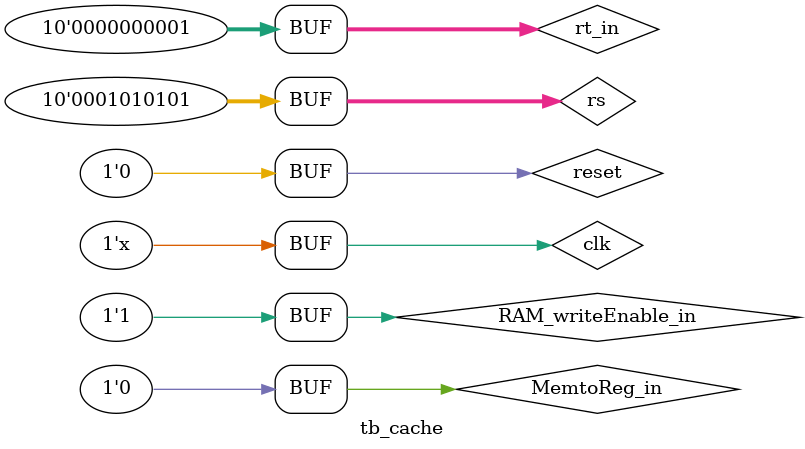
<source format=v>
module cache(
    output reg [9:0] mem_res_out,
    output wire cache_Ready,
    input wire [9:0] rs, rt_in, 
    input wire RAM_writeEnable_in, MemtoReg_in, clk, reset
    );
    
    wire [9:0] data, data_out;
    
    //RAM RAM_module(.ReadData(memory_result), .clk(clk), .WriteEnable(RAM_writeEnable_in), .Address(rt_in), .WriteData(rs_in));
    
    assign data = (RAM_writeEnable_in) ? rs: 10'bZZZZZ_ZZZZZ;
    assign data_out = data;
    
//    cache_module cache_mod(.RS(data), .ready(cache_Ready), .clk(clk), .reset(reset), .write(RAM_writeEnable_in), .MemtoReg(MemtoReg_in), .Address(rt_in));


    wire current_dirty1, current_dirty2, current_valid1, current_valid2;
    wire next_dirty1, next_dirty2, next_valid1, next_valid2;
    wire RAM_ready;
    wire [1:0] write_cache, RamWriteEnable;
    wire [4:0] tag_write, tag_cache; 
    wire [3:0] index_out;
    
    wire [19:0] cache_data, RAM_data;

    //Cache Control
    state_machine Control_Mod (
    //outputs
    .RS(data),                    //inout
    .cache_data(cache_data),
    .RAM_data(RAM_data),
    .valid1_out(next_valid1),
    .dirty1_out(next_dirty1),
    .valid2_out(next_valid2),
    .dirty2_out(next_dirty2),
    .ready(cache_Ready),
    .write_cache(write_cache),
    .tag_out(tag_write),
    .index_out(index_out),
    .RamWriteEnable(RamWriteEnable),
    
    //inputs
    .clk(clk),
    .reset(reset),
    .valid1_in(current_valid1),
    .dirty1_in(current_dirty1),
    .valid2_in(current_valid2),
    .dirty2_in(current_dirty2),
    .tag_cache(tag_cache),
    .write_in(RAM_writeEnable_in),
    .offset_in(rt_in[0]),
    .MemtoReg(MemtoReg_in),
    .index_in(rt_in[4:1]),
    .tag_instr(rt_in [9:5]),
    .RAM_ready(RAM_ready)
    );
    
    //Cache Memory 
    
    cache_Mem Cache_Mem_Mod(.data(cache_data), .dirty1_out(current_dirty1), .dirty2_out(current_dirty2), .valid1_out(current_valid1), .valid2_out(current_valid2), .tag_out(tag_cache),
    .clk(clk), .dirty1_in(next_dirty1), .dirty2_in(next_dirty2), .valid1_in(next_valid1), .valid2_in(next_valid2), .tag_in(tag_write),
    .WriteEnable(write_cache), .index_in(rt_in[4:1]));
    
    //RAM Module 
    
    RAM RAM_Mod(.data(RAM_data), .ready(RAM_ready), .clk(clk), .WriteEnable(RamWriteEnable), .Address_in({tag_write,index_out}));


    always @(*) begin 
        mem_res_out = data_out;
    end
   
    
endmodule

module tb_cache();

    wire [9:0] mem_res_out;
    wire cache_Ready;
    reg [9:0] rs, rt_in; 
    reg RAM_writeEnable_in, MemtoReg_in, clk, reset;
    
    cache SUT (.mem_res_out(mem_res_out), .cache_Ready(cache_Ready), .rs(rs), .rt_in(rt_in), .RAM_writeEnable_in(RAM_writeEnable_in), .MemtoReg_in(MemtoReg_in), .clk(clk), .reset(reset));
    
    parameter PERIOD = 10;
    initial clk = 1'b0;
    always #(PERIOD/2) clk=~clk;
    
    initial begin
        reset=1'b1; #PERIOD;
        reset=1'b0;
        rs =10'b0000011111; rt_in=10'b0000000000;  
        RAM_writeEnable_in=1'b1; MemtoReg_in=1'b0;                                                     #PERIOD;
        #PERIOD; #PERIOD;
        
        rs =10'b0;
        RAM_writeEnable_in=1'b0; MemtoReg_in = 1'b1;                                #PERIOD;
        
        rs =10'b1010101; rt_in=10'b0000000001; 
        RAM_writeEnable_in=1'b0; MemtoReg_in = 1'b1;                                #PERIOD;
        
        rs =10'b1010101; rt_in=10'b0000000001; 
        RAM_writeEnable_in=1'b0; MemtoReg_in = 1'b1;                                #PERIOD;
        
        rs =10'b1010101; rt_in=10'b0000000001; 
        RAM_writeEnable_in=1'b1; MemtoReg_in = 1'b0;                                #PERIOD;
    end
endmodule

</source>
